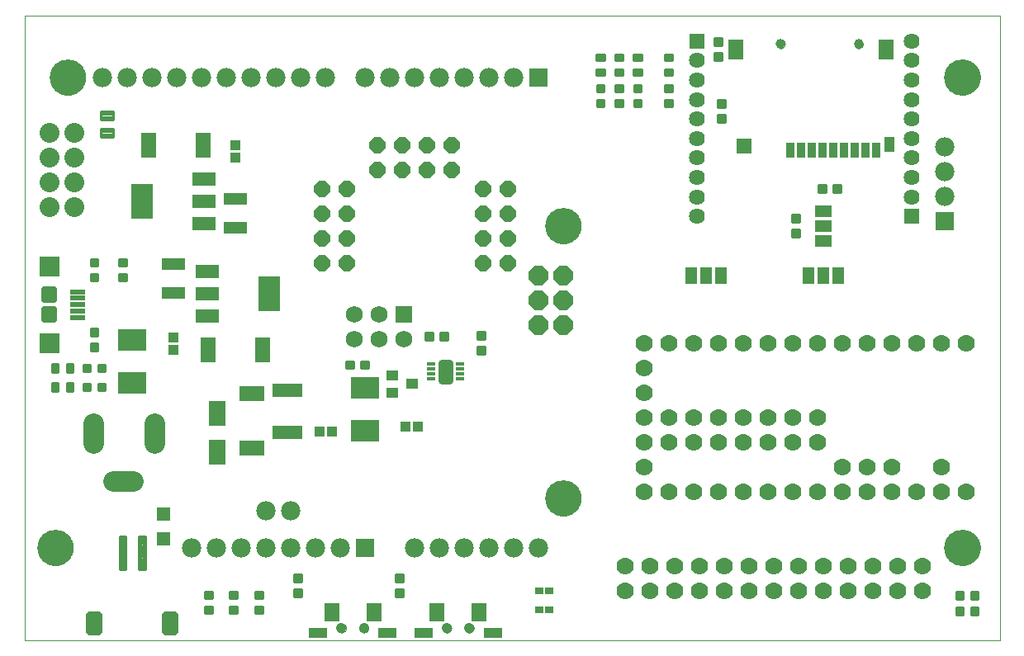
<source format=gts>
G75*
G70*
%OFA0B0*%
%FSLAX24Y24*%
%IPPOS*%
%LPD*%
%AMOC8*
5,1,8,0,0,1.08239X$1,22.5*
%
%ADD10C,0.0000*%
%ADD11C,0.1457*%
%ADD12C,0.0780*%
%ADD13R,0.0780X0.0780*%
%ADD14OC8,0.0780*%
%ADD15R,0.0390X0.0440*%
%ADD16R,0.0440X0.0390*%
%ADD17C,0.0098*%
%ADD18R,0.0500X0.0670*%
%ADD19C,0.0700*%
%ADD20OC8,0.0640*%
%ADD21C,0.0800*%
%ADD22R,0.0709X0.1024*%
%ADD23R,0.1240X0.0540*%
%ADD24C,0.0840*%
%ADD25R,0.1040X0.0640*%
%ADD26R,0.0940X0.0540*%
%ADD27R,0.0890X0.1440*%
%ADD28R,0.0640X0.1040*%
%ADD29R,0.0940X0.0490*%
%ADD30R,0.0640X0.0640*%
%ADD31C,0.0640*%
%ADD32R,0.0340X0.0640*%
%ADD33R,0.0440X0.0640*%
%ADD34R,0.0640X0.0840*%
%ADD35C,0.0390*%
%ADD36C,0.0085*%
%ADD37R,0.0670X0.0500*%
%ADD38C,0.0110*%
%ADD39C,0.0177*%
%ADD40C,0.0335*%
%ADD41C,0.0295*%
%ADD42R,0.0376X0.0158*%
%ADD43R,0.1120X0.0890*%
%ADD44R,0.0490X0.0440*%
%ADD45R,0.0590X0.0740*%
%ADD46R,0.0740X0.0440*%
%ADD47C,0.0414*%
%ADD48R,0.0540X0.0540*%
%ADD49R,0.0360X0.0280*%
%ADD50R,0.0638X0.0190*%
%ADD51C,0.0192*%
%ADD52R,0.0788X0.0788*%
%ADD53R,0.0690X0.0690*%
%ADD54C,0.0690*%
D10*
X005510Y005143D02*
X005510Y030393D01*
X005510Y030389D02*
X044880Y030389D01*
X044880Y005143D01*
X005510Y005143D01*
X006051Y008893D02*
X006053Y008946D01*
X006059Y008999D01*
X006069Y009051D01*
X006082Y009102D01*
X006100Y009152D01*
X006121Y009201D01*
X006146Y009248D01*
X006174Y009292D01*
X006206Y009335D01*
X006240Y009375D01*
X006278Y009413D01*
X006318Y009447D01*
X006361Y009479D01*
X006406Y009507D01*
X006452Y009532D01*
X006501Y009553D01*
X006551Y009571D01*
X006602Y009584D01*
X006654Y009594D01*
X006707Y009600D01*
X006760Y009602D01*
X006813Y009600D01*
X006866Y009594D01*
X006918Y009584D01*
X006969Y009571D01*
X007019Y009553D01*
X007068Y009532D01*
X007115Y009507D01*
X007159Y009479D01*
X007202Y009447D01*
X007242Y009413D01*
X007280Y009375D01*
X007314Y009335D01*
X007346Y009292D01*
X007374Y009247D01*
X007399Y009201D01*
X007420Y009152D01*
X007438Y009102D01*
X007451Y009051D01*
X007461Y008999D01*
X007467Y008946D01*
X007469Y008893D01*
X007467Y008840D01*
X007461Y008787D01*
X007451Y008735D01*
X007438Y008684D01*
X007420Y008634D01*
X007399Y008585D01*
X007374Y008538D01*
X007346Y008494D01*
X007314Y008451D01*
X007280Y008411D01*
X007242Y008373D01*
X007202Y008339D01*
X007159Y008307D01*
X007114Y008279D01*
X007068Y008254D01*
X007019Y008233D01*
X006969Y008215D01*
X006918Y008202D01*
X006866Y008192D01*
X006813Y008186D01*
X006760Y008184D01*
X006707Y008186D01*
X006654Y008192D01*
X006602Y008202D01*
X006551Y008215D01*
X006501Y008233D01*
X006452Y008254D01*
X006405Y008279D01*
X006361Y008307D01*
X006318Y008339D01*
X006278Y008373D01*
X006240Y008411D01*
X006206Y008451D01*
X006174Y008494D01*
X006146Y008539D01*
X006121Y008585D01*
X006100Y008634D01*
X006082Y008684D01*
X006069Y008735D01*
X006059Y008787D01*
X006053Y008840D01*
X006051Y008893D01*
X018120Y005643D02*
X018122Y005670D01*
X018128Y005696D01*
X018137Y005721D01*
X018150Y005744D01*
X018166Y005765D01*
X018185Y005784D01*
X018206Y005800D01*
X018229Y005813D01*
X018254Y005822D01*
X018280Y005828D01*
X018307Y005830D01*
X018334Y005828D01*
X018360Y005822D01*
X018385Y005813D01*
X018408Y005800D01*
X018429Y005784D01*
X018448Y005765D01*
X018464Y005744D01*
X018477Y005721D01*
X018486Y005696D01*
X018492Y005670D01*
X018494Y005643D01*
X018492Y005616D01*
X018486Y005590D01*
X018477Y005565D01*
X018464Y005542D01*
X018448Y005521D01*
X018429Y005502D01*
X018408Y005486D01*
X018385Y005473D01*
X018360Y005464D01*
X018334Y005458D01*
X018307Y005456D01*
X018280Y005458D01*
X018254Y005464D01*
X018229Y005473D01*
X018206Y005486D01*
X018185Y005502D01*
X018166Y005521D01*
X018150Y005542D01*
X018137Y005565D01*
X018128Y005590D01*
X018122Y005616D01*
X018120Y005643D01*
X019025Y005643D02*
X019027Y005670D01*
X019033Y005696D01*
X019042Y005721D01*
X019055Y005744D01*
X019071Y005765D01*
X019090Y005784D01*
X019111Y005800D01*
X019134Y005813D01*
X019159Y005822D01*
X019185Y005828D01*
X019212Y005830D01*
X019239Y005828D01*
X019265Y005822D01*
X019290Y005813D01*
X019313Y005800D01*
X019334Y005784D01*
X019353Y005765D01*
X019369Y005744D01*
X019382Y005721D01*
X019391Y005696D01*
X019397Y005670D01*
X019399Y005643D01*
X019397Y005616D01*
X019391Y005590D01*
X019382Y005565D01*
X019369Y005542D01*
X019353Y005521D01*
X019334Y005502D01*
X019313Y005486D01*
X019290Y005473D01*
X019265Y005464D01*
X019239Y005458D01*
X019212Y005456D01*
X019185Y005458D01*
X019159Y005464D01*
X019134Y005473D01*
X019111Y005486D01*
X019090Y005502D01*
X019071Y005521D01*
X019055Y005542D01*
X019042Y005565D01*
X019033Y005590D01*
X019027Y005616D01*
X019025Y005643D01*
X022370Y005643D02*
X022372Y005670D01*
X022378Y005696D01*
X022387Y005721D01*
X022400Y005744D01*
X022416Y005765D01*
X022435Y005784D01*
X022456Y005800D01*
X022479Y005813D01*
X022504Y005822D01*
X022530Y005828D01*
X022557Y005830D01*
X022584Y005828D01*
X022610Y005822D01*
X022635Y005813D01*
X022658Y005800D01*
X022679Y005784D01*
X022698Y005765D01*
X022714Y005744D01*
X022727Y005721D01*
X022736Y005696D01*
X022742Y005670D01*
X022744Y005643D01*
X022742Y005616D01*
X022736Y005590D01*
X022727Y005565D01*
X022714Y005542D01*
X022698Y005521D01*
X022679Y005502D01*
X022658Y005486D01*
X022635Y005473D01*
X022610Y005464D01*
X022584Y005458D01*
X022557Y005456D01*
X022530Y005458D01*
X022504Y005464D01*
X022479Y005473D01*
X022456Y005486D01*
X022435Y005502D01*
X022416Y005521D01*
X022400Y005542D01*
X022387Y005565D01*
X022378Y005590D01*
X022372Y005616D01*
X022370Y005643D01*
X023275Y005643D02*
X023277Y005670D01*
X023283Y005696D01*
X023292Y005721D01*
X023305Y005744D01*
X023321Y005765D01*
X023340Y005784D01*
X023361Y005800D01*
X023384Y005813D01*
X023409Y005822D01*
X023435Y005828D01*
X023462Y005830D01*
X023489Y005828D01*
X023515Y005822D01*
X023540Y005813D01*
X023563Y005800D01*
X023584Y005784D01*
X023603Y005765D01*
X023619Y005744D01*
X023632Y005721D01*
X023641Y005696D01*
X023647Y005670D01*
X023649Y005643D01*
X023647Y005616D01*
X023641Y005590D01*
X023632Y005565D01*
X023619Y005542D01*
X023603Y005521D01*
X023584Y005502D01*
X023563Y005486D01*
X023540Y005473D01*
X023515Y005464D01*
X023489Y005458D01*
X023462Y005456D01*
X023435Y005458D01*
X023409Y005464D01*
X023384Y005473D01*
X023361Y005486D01*
X023340Y005502D01*
X023321Y005521D01*
X023305Y005542D01*
X023292Y005565D01*
X023283Y005590D01*
X023277Y005616D01*
X023275Y005643D01*
X026551Y010893D02*
X026553Y010946D01*
X026559Y010999D01*
X026569Y011051D01*
X026582Y011102D01*
X026600Y011152D01*
X026621Y011201D01*
X026646Y011248D01*
X026674Y011292D01*
X026706Y011335D01*
X026740Y011375D01*
X026778Y011413D01*
X026818Y011447D01*
X026861Y011479D01*
X026906Y011507D01*
X026952Y011532D01*
X027001Y011553D01*
X027051Y011571D01*
X027102Y011584D01*
X027154Y011594D01*
X027207Y011600D01*
X027260Y011602D01*
X027313Y011600D01*
X027366Y011594D01*
X027418Y011584D01*
X027469Y011571D01*
X027519Y011553D01*
X027568Y011532D01*
X027615Y011507D01*
X027659Y011479D01*
X027702Y011447D01*
X027742Y011413D01*
X027780Y011375D01*
X027814Y011335D01*
X027846Y011292D01*
X027874Y011247D01*
X027899Y011201D01*
X027920Y011152D01*
X027938Y011102D01*
X027951Y011051D01*
X027961Y010999D01*
X027967Y010946D01*
X027969Y010893D01*
X027967Y010840D01*
X027961Y010787D01*
X027951Y010735D01*
X027938Y010684D01*
X027920Y010634D01*
X027899Y010585D01*
X027874Y010538D01*
X027846Y010494D01*
X027814Y010451D01*
X027780Y010411D01*
X027742Y010373D01*
X027702Y010339D01*
X027659Y010307D01*
X027614Y010279D01*
X027568Y010254D01*
X027519Y010233D01*
X027469Y010215D01*
X027418Y010202D01*
X027366Y010192D01*
X027313Y010186D01*
X027260Y010184D01*
X027207Y010186D01*
X027154Y010192D01*
X027102Y010202D01*
X027051Y010215D01*
X027001Y010233D01*
X026952Y010254D01*
X026905Y010279D01*
X026861Y010307D01*
X026818Y010339D01*
X026778Y010373D01*
X026740Y010411D01*
X026706Y010451D01*
X026674Y010494D01*
X026646Y010539D01*
X026621Y010585D01*
X026600Y010634D01*
X026582Y010684D01*
X026569Y010735D01*
X026559Y010787D01*
X026553Y010840D01*
X026551Y010893D01*
X026551Y021893D02*
X026553Y021946D01*
X026559Y021999D01*
X026569Y022051D01*
X026582Y022102D01*
X026600Y022152D01*
X026621Y022201D01*
X026646Y022248D01*
X026674Y022292D01*
X026706Y022335D01*
X026740Y022375D01*
X026778Y022413D01*
X026818Y022447D01*
X026861Y022479D01*
X026906Y022507D01*
X026952Y022532D01*
X027001Y022553D01*
X027051Y022571D01*
X027102Y022584D01*
X027154Y022594D01*
X027207Y022600D01*
X027260Y022602D01*
X027313Y022600D01*
X027366Y022594D01*
X027418Y022584D01*
X027469Y022571D01*
X027519Y022553D01*
X027568Y022532D01*
X027615Y022507D01*
X027659Y022479D01*
X027702Y022447D01*
X027742Y022413D01*
X027780Y022375D01*
X027814Y022335D01*
X027846Y022292D01*
X027874Y022247D01*
X027899Y022201D01*
X027920Y022152D01*
X027938Y022102D01*
X027951Y022051D01*
X027961Y021999D01*
X027967Y021946D01*
X027969Y021893D01*
X027967Y021840D01*
X027961Y021787D01*
X027951Y021735D01*
X027938Y021684D01*
X027920Y021634D01*
X027899Y021585D01*
X027874Y021538D01*
X027846Y021494D01*
X027814Y021451D01*
X027780Y021411D01*
X027742Y021373D01*
X027702Y021339D01*
X027659Y021307D01*
X027614Y021279D01*
X027568Y021254D01*
X027519Y021233D01*
X027469Y021215D01*
X027418Y021202D01*
X027366Y021192D01*
X027313Y021186D01*
X027260Y021184D01*
X027207Y021186D01*
X027154Y021192D01*
X027102Y021202D01*
X027051Y021215D01*
X027001Y021233D01*
X026952Y021254D01*
X026905Y021279D01*
X026861Y021307D01*
X026818Y021339D01*
X026778Y021373D01*
X026740Y021411D01*
X026706Y021451D01*
X026674Y021494D01*
X026646Y021539D01*
X026621Y021585D01*
X026600Y021634D01*
X026582Y021684D01*
X026569Y021735D01*
X026559Y021787D01*
X026553Y021840D01*
X026551Y021893D01*
X035859Y029235D02*
X035861Y029261D01*
X035867Y029287D01*
X035876Y029311D01*
X035889Y029334D01*
X035906Y029354D01*
X035925Y029372D01*
X035947Y029387D01*
X035970Y029398D01*
X035995Y029406D01*
X036021Y029410D01*
X036047Y029410D01*
X036073Y029406D01*
X036098Y029398D01*
X036122Y029387D01*
X036143Y029372D01*
X036162Y029354D01*
X036179Y029334D01*
X036192Y029311D01*
X036201Y029287D01*
X036207Y029261D01*
X036209Y029235D01*
X036207Y029209D01*
X036201Y029183D01*
X036192Y029159D01*
X036179Y029136D01*
X036162Y029116D01*
X036143Y029098D01*
X036121Y029083D01*
X036098Y029072D01*
X036073Y029064D01*
X036047Y029060D01*
X036021Y029060D01*
X035995Y029064D01*
X035970Y029072D01*
X035946Y029083D01*
X035925Y029098D01*
X035906Y029116D01*
X035889Y029136D01*
X035876Y029159D01*
X035867Y029183D01*
X035861Y029209D01*
X035859Y029235D01*
X039008Y029235D02*
X039010Y029261D01*
X039016Y029287D01*
X039025Y029311D01*
X039038Y029334D01*
X039055Y029354D01*
X039074Y029372D01*
X039096Y029387D01*
X039119Y029398D01*
X039144Y029406D01*
X039170Y029410D01*
X039196Y029410D01*
X039222Y029406D01*
X039247Y029398D01*
X039271Y029387D01*
X039292Y029372D01*
X039311Y029354D01*
X039328Y029334D01*
X039341Y029311D01*
X039350Y029287D01*
X039356Y029261D01*
X039358Y029235D01*
X039356Y029209D01*
X039350Y029183D01*
X039341Y029159D01*
X039328Y029136D01*
X039311Y029116D01*
X039292Y029098D01*
X039270Y029083D01*
X039247Y029072D01*
X039222Y029064D01*
X039196Y029060D01*
X039170Y029060D01*
X039144Y029064D01*
X039119Y029072D01*
X039095Y029083D01*
X039074Y029098D01*
X039055Y029116D01*
X039038Y029136D01*
X039025Y029159D01*
X039016Y029183D01*
X039010Y029209D01*
X039008Y029235D01*
X042665Y027893D02*
X042667Y027946D01*
X042673Y027999D01*
X042683Y028051D01*
X042696Y028102D01*
X042714Y028152D01*
X042735Y028201D01*
X042760Y028248D01*
X042788Y028292D01*
X042820Y028335D01*
X042854Y028375D01*
X042892Y028413D01*
X042932Y028447D01*
X042975Y028479D01*
X043020Y028507D01*
X043066Y028532D01*
X043115Y028553D01*
X043165Y028571D01*
X043216Y028584D01*
X043268Y028594D01*
X043321Y028600D01*
X043374Y028602D01*
X043427Y028600D01*
X043480Y028594D01*
X043532Y028584D01*
X043583Y028571D01*
X043633Y028553D01*
X043682Y028532D01*
X043729Y028507D01*
X043773Y028479D01*
X043816Y028447D01*
X043856Y028413D01*
X043894Y028375D01*
X043928Y028335D01*
X043960Y028292D01*
X043988Y028247D01*
X044013Y028201D01*
X044034Y028152D01*
X044052Y028102D01*
X044065Y028051D01*
X044075Y027999D01*
X044081Y027946D01*
X044083Y027893D01*
X044081Y027840D01*
X044075Y027787D01*
X044065Y027735D01*
X044052Y027684D01*
X044034Y027634D01*
X044013Y027585D01*
X043988Y027538D01*
X043960Y027494D01*
X043928Y027451D01*
X043894Y027411D01*
X043856Y027373D01*
X043816Y027339D01*
X043773Y027307D01*
X043728Y027279D01*
X043682Y027254D01*
X043633Y027233D01*
X043583Y027215D01*
X043532Y027202D01*
X043480Y027192D01*
X043427Y027186D01*
X043374Y027184D01*
X043321Y027186D01*
X043268Y027192D01*
X043216Y027202D01*
X043165Y027215D01*
X043115Y027233D01*
X043066Y027254D01*
X043019Y027279D01*
X042975Y027307D01*
X042932Y027339D01*
X042892Y027373D01*
X042854Y027411D01*
X042820Y027451D01*
X042788Y027494D01*
X042760Y027539D01*
X042735Y027585D01*
X042714Y027634D01*
X042696Y027684D01*
X042683Y027735D01*
X042673Y027787D01*
X042667Y027840D01*
X042665Y027893D01*
X042665Y008893D02*
X042667Y008946D01*
X042673Y008999D01*
X042683Y009051D01*
X042696Y009102D01*
X042714Y009152D01*
X042735Y009201D01*
X042760Y009248D01*
X042788Y009292D01*
X042820Y009335D01*
X042854Y009375D01*
X042892Y009413D01*
X042932Y009447D01*
X042975Y009479D01*
X043020Y009507D01*
X043066Y009532D01*
X043115Y009553D01*
X043165Y009571D01*
X043216Y009584D01*
X043268Y009594D01*
X043321Y009600D01*
X043374Y009602D01*
X043427Y009600D01*
X043480Y009594D01*
X043532Y009584D01*
X043583Y009571D01*
X043633Y009553D01*
X043682Y009532D01*
X043729Y009507D01*
X043773Y009479D01*
X043816Y009447D01*
X043856Y009413D01*
X043894Y009375D01*
X043928Y009335D01*
X043960Y009292D01*
X043988Y009247D01*
X044013Y009201D01*
X044034Y009152D01*
X044052Y009102D01*
X044065Y009051D01*
X044075Y008999D01*
X044081Y008946D01*
X044083Y008893D01*
X044081Y008840D01*
X044075Y008787D01*
X044065Y008735D01*
X044052Y008684D01*
X044034Y008634D01*
X044013Y008585D01*
X043988Y008538D01*
X043960Y008494D01*
X043928Y008451D01*
X043894Y008411D01*
X043856Y008373D01*
X043816Y008339D01*
X043773Y008307D01*
X043728Y008279D01*
X043682Y008254D01*
X043633Y008233D01*
X043583Y008215D01*
X043532Y008202D01*
X043480Y008192D01*
X043427Y008186D01*
X043374Y008184D01*
X043321Y008186D01*
X043268Y008192D01*
X043216Y008202D01*
X043165Y008215D01*
X043115Y008233D01*
X043066Y008254D01*
X043019Y008279D01*
X042975Y008307D01*
X042932Y008339D01*
X042892Y008373D01*
X042854Y008411D01*
X042820Y008451D01*
X042788Y008494D01*
X042760Y008539D01*
X042735Y008585D01*
X042714Y008634D01*
X042696Y008684D01*
X042683Y008735D01*
X042673Y008787D01*
X042667Y008840D01*
X042665Y008893D01*
X006551Y027893D02*
X006553Y027946D01*
X006559Y027999D01*
X006569Y028051D01*
X006582Y028102D01*
X006600Y028152D01*
X006621Y028201D01*
X006646Y028248D01*
X006674Y028292D01*
X006706Y028335D01*
X006740Y028375D01*
X006778Y028413D01*
X006818Y028447D01*
X006861Y028479D01*
X006906Y028507D01*
X006952Y028532D01*
X007001Y028553D01*
X007051Y028571D01*
X007102Y028584D01*
X007154Y028594D01*
X007207Y028600D01*
X007260Y028602D01*
X007313Y028600D01*
X007366Y028594D01*
X007418Y028584D01*
X007469Y028571D01*
X007519Y028553D01*
X007568Y028532D01*
X007615Y028507D01*
X007659Y028479D01*
X007702Y028447D01*
X007742Y028413D01*
X007780Y028375D01*
X007814Y028335D01*
X007846Y028292D01*
X007874Y028247D01*
X007899Y028201D01*
X007920Y028152D01*
X007938Y028102D01*
X007951Y028051D01*
X007961Y027999D01*
X007967Y027946D01*
X007969Y027893D01*
X007967Y027840D01*
X007961Y027787D01*
X007951Y027735D01*
X007938Y027684D01*
X007920Y027634D01*
X007899Y027585D01*
X007874Y027538D01*
X007846Y027494D01*
X007814Y027451D01*
X007780Y027411D01*
X007742Y027373D01*
X007702Y027339D01*
X007659Y027307D01*
X007614Y027279D01*
X007568Y027254D01*
X007519Y027233D01*
X007469Y027215D01*
X007418Y027202D01*
X007366Y027192D01*
X007313Y027186D01*
X007260Y027184D01*
X007207Y027186D01*
X007154Y027192D01*
X007102Y027202D01*
X007051Y027215D01*
X007001Y027233D01*
X006952Y027254D01*
X006905Y027279D01*
X006861Y027307D01*
X006818Y027339D01*
X006778Y027373D01*
X006740Y027411D01*
X006706Y027451D01*
X006674Y027494D01*
X006646Y027539D01*
X006621Y027585D01*
X006600Y027634D01*
X006582Y027684D01*
X006569Y027735D01*
X006559Y027787D01*
X006553Y027840D01*
X006551Y027893D01*
D11*
X007260Y027893D03*
X027260Y021893D03*
X027260Y010893D03*
X043374Y008893D03*
X043374Y027893D03*
X006760Y008893D03*
D12*
X012260Y008893D03*
X013260Y008893D03*
X014260Y008893D03*
X015260Y008893D03*
X016260Y008893D03*
X017260Y008893D03*
X018260Y008893D03*
X016260Y010393D03*
X015260Y010393D03*
X021260Y008893D03*
X022260Y008893D03*
X023260Y008893D03*
X024260Y008893D03*
X025260Y008893D03*
X026260Y008893D03*
X042670Y023063D03*
X042670Y024063D03*
X042670Y025063D03*
X025260Y027893D03*
X024260Y027893D03*
X023260Y027893D03*
X022260Y027893D03*
X021260Y027893D03*
X020260Y027893D03*
X019260Y027893D03*
X017660Y027893D03*
X016660Y027893D03*
X015660Y027893D03*
X014660Y027893D03*
X013660Y027893D03*
X012660Y027893D03*
X011660Y027893D03*
X010660Y027893D03*
X009660Y027893D03*
X008660Y027893D03*
D13*
X026260Y027893D03*
X042670Y022063D03*
X019260Y008893D03*
D14*
X026260Y017893D03*
X027260Y017893D03*
X027260Y018893D03*
X026260Y018893D03*
X026260Y019893D03*
X027260Y019893D03*
D15*
X021385Y013762D03*
X020885Y013762D03*
X017910Y013593D03*
X017410Y013593D03*
D16*
X011510Y016893D03*
X011510Y017393D03*
X014010Y024643D03*
X014010Y025143D03*
D17*
X009330Y020560D02*
X009330Y020268D01*
X009330Y020560D02*
X009622Y020560D01*
X009622Y020268D01*
X009330Y020268D01*
X009330Y020365D02*
X009622Y020365D01*
X009622Y020462D02*
X009330Y020462D01*
X009330Y020559D02*
X009622Y020559D01*
X009330Y019960D02*
X009330Y019668D01*
X009330Y019960D02*
X009622Y019960D01*
X009622Y019668D01*
X009330Y019668D01*
X009330Y019765D02*
X009622Y019765D01*
X009622Y019862D02*
X009330Y019862D01*
X009330Y019959D02*
X009622Y019959D01*
X008470Y019960D02*
X008470Y019668D01*
X008178Y019668D01*
X008178Y019960D01*
X008470Y019960D01*
X008470Y019765D02*
X008178Y019765D01*
X008178Y019862D02*
X008470Y019862D01*
X008470Y019959D02*
X008178Y019959D01*
X008470Y020268D02*
X008470Y020560D01*
X008470Y020268D02*
X008178Y020268D01*
X008178Y020560D01*
X008470Y020560D01*
X008470Y020365D02*
X008178Y020365D01*
X008178Y020462D02*
X008470Y020462D01*
X008470Y020559D02*
X008178Y020559D01*
X008470Y017745D02*
X008470Y017453D01*
X008178Y017453D01*
X008178Y017745D01*
X008470Y017745D01*
X008470Y017550D02*
X008178Y017550D01*
X008178Y017647D02*
X008470Y017647D01*
X008470Y017744D02*
X008178Y017744D01*
X008470Y017145D02*
X008470Y016853D01*
X008178Y016853D01*
X008178Y017145D01*
X008470Y017145D01*
X008470Y016950D02*
X008178Y016950D01*
X008178Y017047D02*
X008470Y017047D01*
X008470Y017144D02*
X008178Y017144D01*
X008170Y016001D02*
X007878Y016001D01*
X007878Y016293D01*
X008170Y016293D01*
X008170Y016001D01*
X008170Y016098D02*
X007878Y016098D01*
X007878Y016195D02*
X008170Y016195D01*
X008170Y016292D02*
X007878Y016292D01*
X008478Y016001D02*
X008770Y016001D01*
X008478Y016001D02*
X008478Y016293D01*
X008770Y016293D01*
X008770Y016001D01*
X008770Y016098D02*
X008478Y016098D01*
X008478Y016195D02*
X008770Y016195D01*
X008770Y016292D02*
X008478Y016292D01*
X008478Y015234D02*
X008770Y015234D01*
X008478Y015234D02*
X008478Y015526D01*
X008770Y015526D01*
X008770Y015234D01*
X008770Y015331D02*
X008478Y015331D01*
X008478Y015428D02*
X008770Y015428D01*
X008770Y015525D02*
X008478Y015525D01*
X008170Y015234D02*
X007878Y015234D01*
X007878Y015526D01*
X008170Y015526D01*
X008170Y015234D01*
X008170Y015331D02*
X007878Y015331D01*
X007878Y015428D02*
X008170Y015428D01*
X008170Y015525D02*
X007878Y015525D01*
X018499Y016129D02*
X018791Y016129D01*
X018499Y016129D02*
X018499Y016421D01*
X018791Y016421D01*
X018791Y016129D01*
X018791Y016226D02*
X018499Y016226D01*
X018499Y016323D02*
X018791Y016323D01*
X018791Y016420D02*
X018499Y016420D01*
X019099Y016129D02*
X019391Y016129D01*
X019099Y016129D02*
X019099Y016421D01*
X019391Y016421D01*
X019391Y016129D01*
X019391Y016226D02*
X019099Y016226D01*
X019099Y016323D02*
X019391Y016323D01*
X019391Y016420D02*
X019099Y016420D01*
X021697Y017573D02*
X021989Y017573D01*
X021989Y017281D01*
X021697Y017281D01*
X021697Y017573D01*
X021697Y017378D02*
X021989Y017378D01*
X021989Y017475D02*
X021697Y017475D01*
X021697Y017572D02*
X021989Y017572D01*
X022297Y017573D02*
X022589Y017573D01*
X022589Y017281D01*
X022297Y017281D01*
X022297Y017573D01*
X022297Y017378D02*
X022589Y017378D01*
X022589Y017475D02*
X022297Y017475D01*
X022297Y017572D02*
X022589Y017572D01*
X024081Y017617D02*
X024081Y017325D01*
X023789Y017325D01*
X023789Y017617D01*
X024081Y017617D01*
X024081Y017422D02*
X023789Y017422D01*
X023789Y017519D02*
X024081Y017519D01*
X024081Y017616D02*
X023789Y017616D01*
X024081Y017017D02*
X024081Y016725D01*
X023789Y016725D01*
X023789Y017017D01*
X024081Y017017D01*
X024081Y016822D02*
X023789Y016822D01*
X023789Y016919D02*
X024081Y016919D01*
X024081Y017016D02*
X023789Y017016D01*
X020794Y007807D02*
X020794Y007515D01*
X020502Y007515D01*
X020502Y007807D01*
X020794Y007807D01*
X020794Y007612D02*
X020502Y007612D01*
X020502Y007709D02*
X020794Y007709D01*
X020794Y007806D02*
X020502Y007806D01*
X020794Y007207D02*
X020794Y006915D01*
X020502Y006915D01*
X020502Y007207D01*
X020794Y007207D01*
X020794Y007012D02*
X020502Y007012D01*
X020502Y007109D02*
X020794Y007109D01*
X020794Y007206D02*
X020502Y007206D01*
X016700Y007207D02*
X016700Y006915D01*
X016408Y006915D01*
X016408Y007207D01*
X016700Y007207D01*
X016700Y007012D02*
X016408Y007012D01*
X016408Y007109D02*
X016700Y007109D01*
X016700Y007206D02*
X016408Y007206D01*
X016700Y007515D02*
X016700Y007807D01*
X016700Y007515D02*
X016408Y007515D01*
X016408Y007807D01*
X016700Y007807D01*
X016700Y007612D02*
X016408Y007612D01*
X016408Y007709D02*
X016700Y007709D01*
X016700Y007806D02*
X016408Y007806D01*
X013808Y007125D02*
X013808Y006833D01*
X013808Y007125D02*
X014100Y007125D01*
X014100Y006833D01*
X013808Y006833D01*
X013808Y006930D02*
X014100Y006930D01*
X014100Y007027D02*
X013808Y007027D01*
X013808Y007124D02*
X014100Y007124D01*
X013808Y006525D02*
X013808Y006233D01*
X013808Y006525D02*
X014100Y006525D01*
X014100Y006233D01*
X013808Y006233D01*
X013808Y006330D02*
X014100Y006330D01*
X014100Y006427D02*
X013808Y006427D01*
X013808Y006524D02*
X014100Y006524D01*
X036489Y021447D02*
X036489Y021739D01*
X036781Y021739D01*
X036781Y021447D01*
X036489Y021447D01*
X036489Y021544D02*
X036781Y021544D01*
X036781Y021641D02*
X036489Y021641D01*
X036489Y021738D02*
X036781Y021738D01*
X036489Y022047D02*
X036489Y022339D01*
X036781Y022339D01*
X036781Y022047D01*
X036489Y022047D01*
X036489Y022144D02*
X036781Y022144D01*
X036781Y022241D02*
X036489Y022241D01*
X036489Y022338D02*
X036781Y022338D01*
X037564Y023539D02*
X037856Y023539D01*
X037856Y023247D01*
X037564Y023247D01*
X037564Y023539D01*
X037564Y023344D02*
X037856Y023344D01*
X037856Y023441D02*
X037564Y023441D01*
X037564Y023538D02*
X037856Y023538D01*
X038164Y023539D02*
X038456Y023539D01*
X038456Y023247D01*
X038164Y023247D01*
X038164Y023539D01*
X038164Y023344D02*
X038456Y023344D01*
X038456Y023441D02*
X038164Y023441D01*
X038164Y023538D02*
X038456Y023538D01*
X033781Y026072D02*
X033781Y026364D01*
X033781Y026072D02*
X033489Y026072D01*
X033489Y026364D01*
X033781Y026364D01*
X033781Y026169D02*
X033489Y026169D01*
X033489Y026266D02*
X033781Y026266D01*
X033781Y026363D02*
X033489Y026363D01*
X033781Y026672D02*
X033781Y026964D01*
X033781Y026672D02*
X033489Y026672D01*
X033489Y026964D01*
X033781Y026964D01*
X033781Y026769D02*
X033489Y026769D01*
X033489Y026866D02*
X033781Y026866D01*
X033781Y026963D02*
X033489Y026963D01*
X031656Y026989D02*
X031656Y026697D01*
X031364Y026697D01*
X031364Y026989D01*
X031656Y026989D01*
X031656Y026794D02*
X031364Y026794D01*
X031364Y026891D02*
X031656Y026891D01*
X031656Y026988D02*
X031364Y026988D01*
X031656Y027297D02*
X031656Y027589D01*
X031656Y027297D02*
X031364Y027297D01*
X031364Y027589D01*
X031656Y027589D01*
X031656Y027394D02*
X031364Y027394D01*
X031364Y027491D02*
X031656Y027491D01*
X031656Y027588D02*
X031364Y027588D01*
X030114Y027589D02*
X030114Y027297D01*
X030114Y027589D02*
X030406Y027589D01*
X030406Y027297D01*
X030114Y027297D01*
X030114Y027394D02*
X030406Y027394D01*
X030406Y027491D02*
X030114Y027491D01*
X030114Y027588D02*
X030406Y027588D01*
X030114Y026989D02*
X030114Y026697D01*
X030114Y026989D02*
X030406Y026989D01*
X030406Y026697D01*
X030114Y026697D01*
X030114Y026794D02*
X030406Y026794D01*
X030406Y026891D02*
X030114Y026891D01*
X030114Y026988D02*
X030406Y026988D01*
X029364Y026989D02*
X029364Y026697D01*
X029364Y026989D02*
X029656Y026989D01*
X029656Y026697D01*
X029364Y026697D01*
X029364Y026794D02*
X029656Y026794D01*
X029656Y026891D02*
X029364Y026891D01*
X029364Y026988D02*
X029656Y026988D01*
X029364Y027297D02*
X029364Y027589D01*
X029656Y027589D01*
X029656Y027297D01*
X029364Y027297D01*
X029364Y027394D02*
X029656Y027394D01*
X029656Y027491D02*
X029364Y027491D01*
X029364Y027588D02*
X029656Y027588D01*
X028614Y027589D02*
X028614Y027297D01*
X028614Y027589D02*
X028906Y027589D01*
X028906Y027297D01*
X028614Y027297D01*
X028614Y027394D02*
X028906Y027394D01*
X028906Y027491D02*
X028614Y027491D01*
X028614Y027588D02*
X028906Y027588D01*
X028614Y026989D02*
X028614Y026697D01*
X028614Y026989D02*
X028906Y026989D01*
X028906Y026697D01*
X028614Y026697D01*
X028614Y026794D02*
X028906Y026794D01*
X028906Y026891D02*
X028614Y026891D01*
X028614Y026988D02*
X028906Y026988D01*
X033656Y028572D02*
X033656Y028864D01*
X033656Y028572D02*
X033364Y028572D01*
X033364Y028864D01*
X033656Y028864D01*
X033656Y028669D02*
X033364Y028669D01*
X033364Y028766D02*
X033656Y028766D01*
X033656Y028863D02*
X033364Y028863D01*
X033656Y029172D02*
X033656Y029464D01*
X033656Y029172D02*
X033364Y029172D01*
X033364Y029464D01*
X033656Y029464D01*
X033656Y029269D02*
X033364Y029269D01*
X033364Y029366D02*
X033656Y029366D01*
X033656Y029463D02*
X033364Y029463D01*
X043115Y006806D02*
X043407Y006806D01*
X043115Y006806D02*
X043115Y007098D01*
X043407Y007098D01*
X043407Y006806D01*
X043407Y006903D02*
X043115Y006903D01*
X043115Y007000D02*
X043407Y007000D01*
X043407Y007097D02*
X043115Y007097D01*
X043715Y006806D02*
X044007Y006806D01*
X043715Y006806D02*
X043715Y007098D01*
X044007Y007098D01*
X044007Y006806D01*
X044007Y006903D02*
X043715Y006903D01*
X043715Y007000D02*
X044007Y007000D01*
X044007Y007097D02*
X043715Y007097D01*
D18*
X038360Y019893D03*
X037760Y019893D03*
X037160Y019893D03*
X033610Y019893D03*
X033010Y019893D03*
X032410Y019893D03*
D19*
X032510Y017143D03*
X033510Y017143D03*
X034510Y017143D03*
X035510Y017143D03*
X036510Y017143D03*
X037510Y017143D03*
X038510Y017143D03*
X039510Y017143D03*
X040510Y017143D03*
X041510Y017143D03*
X042510Y017143D03*
X043510Y017143D03*
X037510Y014143D03*
X036510Y014143D03*
X036510Y013143D03*
X037510Y013143D03*
X038510Y012143D03*
X039510Y012143D03*
X040510Y012143D03*
X040510Y011143D03*
X041510Y011143D03*
X042510Y011143D03*
X043510Y011143D03*
X042510Y012143D03*
X039510Y011143D03*
X038510Y011143D03*
X037510Y011143D03*
X036510Y011143D03*
X035510Y011143D03*
X034510Y011143D03*
X033510Y011143D03*
X032510Y011143D03*
X031510Y011143D03*
X030510Y011143D03*
X030510Y012143D03*
X030510Y013143D03*
X031510Y013143D03*
X032510Y013143D03*
X033510Y013143D03*
X034510Y013143D03*
X035510Y013143D03*
X035510Y014143D03*
X034510Y014143D03*
X033510Y014143D03*
X032510Y014143D03*
X031510Y014143D03*
X030510Y014143D03*
X030510Y015143D03*
X030510Y016143D03*
X030510Y017143D03*
X031510Y017143D03*
X031760Y008143D03*
X032760Y008143D03*
X033760Y008143D03*
X034760Y008143D03*
X035760Y008143D03*
X036760Y008143D03*
X037760Y008143D03*
X038760Y008143D03*
X039760Y008143D03*
X040760Y008143D03*
X041760Y008143D03*
X041760Y007143D03*
X040760Y007143D03*
X039760Y007143D03*
X038760Y007143D03*
X037760Y007143D03*
X036760Y007143D03*
X035760Y007143D03*
X034760Y007143D03*
X033760Y007143D03*
X032760Y007143D03*
X031760Y007143D03*
X030760Y007143D03*
X029760Y007143D03*
X029760Y008143D03*
X030760Y008143D03*
D20*
X025010Y020393D03*
X024010Y020393D03*
X024010Y021393D03*
X025010Y021393D03*
X025010Y022393D03*
X024010Y022393D03*
X024010Y023393D03*
X025010Y023393D03*
X022760Y024143D03*
X021760Y024143D03*
X020760Y024143D03*
X020760Y025143D03*
X021760Y025143D03*
X022760Y025143D03*
X019760Y025143D03*
X019760Y024143D03*
X018510Y023393D03*
X018510Y022393D03*
X018510Y021393D03*
X018510Y020393D03*
X017510Y020393D03*
X017510Y021393D03*
X017510Y022393D03*
X017510Y023393D03*
D21*
X007510Y023643D03*
X006510Y023643D03*
X006510Y022643D03*
X007510Y022643D03*
X007510Y024643D03*
X006510Y024643D03*
X006510Y025643D03*
X007510Y025643D03*
D22*
X013295Y014315D03*
X013295Y012740D03*
D23*
X016135Y013543D03*
X016135Y015243D03*
D24*
X010748Y013923D02*
X010748Y013123D01*
X009898Y011573D02*
X009098Y011573D01*
X008298Y013123D02*
X008298Y013923D01*
D25*
X014681Y012920D03*
X014681Y015120D03*
D26*
X012885Y018243D03*
X012885Y019143D03*
X012885Y020043D03*
X012760Y021993D03*
X012760Y022893D03*
X012760Y023793D03*
D27*
X010260Y022893D03*
X015385Y019143D03*
D28*
X015110Y016893D03*
X012910Y016893D03*
X012735Y025143D03*
X010535Y025143D03*
D29*
X014010Y022968D03*
X014010Y021818D03*
X011510Y020343D03*
X011510Y019193D03*
D30*
X032675Y029356D03*
X034545Y025098D03*
X041336Y022269D03*
D31*
X041336Y023057D03*
X041336Y023844D03*
X041336Y024631D03*
X041336Y025419D03*
X041336Y026206D03*
X041336Y026994D03*
X041336Y027781D03*
X041336Y028569D03*
X041336Y029356D03*
X032675Y028569D03*
X032675Y027781D03*
X032675Y026994D03*
X032675Y026206D03*
X032675Y025419D03*
X032675Y024631D03*
X032675Y023844D03*
X032675Y023057D03*
X032675Y022269D03*
D32*
X036427Y024943D03*
X036860Y024943D03*
X037293Y024943D03*
X037726Y024943D03*
X038160Y024943D03*
X038593Y024943D03*
X039026Y024943D03*
X039459Y024943D03*
X039892Y024943D03*
D33*
X040422Y025180D03*
D34*
X040285Y029027D03*
X034223Y029027D03*
D35*
X036034Y029235D03*
X039183Y029235D03*
D36*
X031357Y028821D02*
X031357Y028565D01*
X031357Y028821D02*
X031663Y028821D01*
X031663Y028565D01*
X031357Y028565D01*
X031357Y028649D02*
X031663Y028649D01*
X031663Y028733D02*
X031357Y028733D01*
X031357Y028817D02*
X031663Y028817D01*
X031357Y028221D02*
X031357Y027965D01*
X031357Y028221D02*
X031663Y028221D01*
X031663Y027965D01*
X031357Y027965D01*
X031357Y028049D02*
X031663Y028049D01*
X031663Y028133D02*
X031357Y028133D01*
X031357Y028217D02*
X031663Y028217D01*
X030413Y028221D02*
X030413Y027965D01*
X030107Y027965D01*
X030107Y028221D01*
X030413Y028221D01*
X030413Y028049D02*
X030107Y028049D01*
X030107Y028133D02*
X030413Y028133D01*
X030413Y028217D02*
X030107Y028217D01*
X030413Y028565D02*
X030413Y028821D01*
X030413Y028565D02*
X030107Y028565D01*
X030107Y028821D01*
X030413Y028821D01*
X030413Y028649D02*
X030107Y028649D01*
X030107Y028733D02*
X030413Y028733D01*
X030413Y028817D02*
X030107Y028817D01*
X029663Y028821D02*
X029663Y028565D01*
X029357Y028565D01*
X029357Y028821D01*
X029663Y028821D01*
X029663Y028649D02*
X029357Y028649D01*
X029357Y028733D02*
X029663Y028733D01*
X029663Y028817D02*
X029357Y028817D01*
X028913Y028821D02*
X028913Y028565D01*
X028607Y028565D01*
X028607Y028821D01*
X028913Y028821D01*
X028913Y028649D02*
X028607Y028649D01*
X028607Y028733D02*
X028913Y028733D01*
X028913Y028817D02*
X028607Y028817D01*
X028913Y028221D02*
X028913Y027965D01*
X028607Y027965D01*
X028607Y028221D01*
X028913Y028221D01*
X028913Y028049D02*
X028607Y028049D01*
X028607Y028133D02*
X028913Y028133D01*
X028913Y028217D02*
X028607Y028217D01*
X029663Y028221D02*
X029663Y027965D01*
X029357Y027965D01*
X029357Y028221D01*
X029663Y028221D01*
X029663Y028049D02*
X029357Y028049D01*
X029357Y028133D02*
X029663Y028133D01*
X029663Y028217D02*
X029357Y028217D01*
X007473Y016300D02*
X007217Y016300D01*
X007473Y016300D02*
X007473Y015994D01*
X007217Y015994D01*
X007217Y016300D01*
X007217Y016078D02*
X007473Y016078D01*
X007473Y016162D02*
X007217Y016162D01*
X007217Y016246D02*
X007473Y016246D01*
X006873Y016300D02*
X006617Y016300D01*
X006873Y016300D02*
X006873Y015994D01*
X006617Y015994D01*
X006617Y016300D01*
X006617Y016078D02*
X006873Y016078D01*
X006873Y016162D02*
X006617Y016162D01*
X006617Y016246D02*
X006873Y016246D01*
X006873Y015533D02*
X006617Y015533D01*
X006873Y015533D02*
X006873Y015227D01*
X006617Y015227D01*
X006617Y015533D01*
X006617Y015311D02*
X006873Y015311D01*
X006873Y015395D02*
X006617Y015395D01*
X006617Y015479D02*
X006873Y015479D01*
X007217Y015533D02*
X007473Y015533D01*
X007473Y015227D01*
X007217Y015227D01*
X007217Y015533D01*
X007217Y015311D02*
X007473Y015311D01*
X007473Y015395D02*
X007217Y015395D01*
X007217Y015479D02*
X007473Y015479D01*
X013084Y007107D02*
X013084Y006851D01*
X012778Y006851D01*
X012778Y007107D01*
X013084Y007107D01*
X013084Y006935D02*
X012778Y006935D01*
X012778Y007019D02*
X013084Y007019D01*
X013084Y007103D02*
X012778Y007103D01*
X013084Y006507D02*
X013084Y006251D01*
X012778Y006251D01*
X012778Y006507D01*
X013084Y006507D01*
X013084Y006335D02*
X012778Y006335D01*
X012778Y006419D02*
X013084Y006419D01*
X013084Y006503D02*
X012778Y006503D01*
X015131Y006507D02*
X015131Y006251D01*
X014825Y006251D01*
X014825Y006507D01*
X015131Y006507D01*
X015131Y006335D02*
X014825Y006335D01*
X014825Y006419D02*
X015131Y006419D01*
X015131Y006503D02*
X014825Y006503D01*
X015131Y006851D02*
X015131Y007107D01*
X015131Y006851D02*
X014825Y006851D01*
X014825Y007107D01*
X015131Y007107D01*
X015131Y006935D02*
X014825Y006935D01*
X014825Y007019D02*
X015131Y007019D01*
X015131Y007103D02*
X014825Y007103D01*
X043133Y006174D02*
X043389Y006174D01*
X043133Y006174D02*
X043133Y006480D01*
X043389Y006480D01*
X043389Y006174D01*
X043389Y006258D02*
X043133Y006258D01*
X043133Y006342D02*
X043389Y006342D01*
X043389Y006426D02*
X043133Y006426D01*
X043733Y006174D02*
X043989Y006174D01*
X043733Y006174D02*
X043733Y006480D01*
X043989Y006480D01*
X043989Y006174D01*
X043989Y006258D02*
X043733Y006258D01*
X043733Y006342D02*
X043989Y006342D01*
X043989Y006426D02*
X043733Y006426D01*
D37*
X037760Y021293D03*
X037760Y021893D03*
X037760Y022493D03*
D38*
X008596Y025485D02*
X008596Y025815D01*
X009076Y025815D01*
X009076Y025485D01*
X008596Y025485D01*
X008596Y025594D02*
X009076Y025594D01*
X009076Y025703D02*
X008596Y025703D01*
X008596Y025812D02*
X009076Y025812D01*
X008596Y026185D02*
X008596Y026515D01*
X009076Y026515D01*
X009076Y026185D01*
X008596Y026185D01*
X008596Y026294D02*
X009076Y026294D01*
X009076Y026403D02*
X008596Y026403D01*
X008596Y026512D02*
X009076Y026512D01*
D39*
X009555Y009319D02*
X009555Y008039D01*
X009377Y008039D01*
X009377Y009319D01*
X009555Y009319D01*
X009555Y008215D02*
X009377Y008215D01*
X009377Y008391D02*
X009555Y008391D01*
X009555Y008567D02*
X009377Y008567D01*
X009377Y008743D02*
X009555Y008743D01*
X009555Y008919D02*
X009377Y008919D01*
X009377Y009095D02*
X009555Y009095D01*
X009555Y009271D02*
X009377Y009271D01*
X010343Y009319D02*
X010343Y008039D01*
X010165Y008039D01*
X010165Y009319D01*
X010343Y009319D01*
X010343Y008215D02*
X010165Y008215D01*
X010165Y008391D02*
X010343Y008391D01*
X010343Y008567D02*
X010165Y008567D01*
X010165Y008743D02*
X010343Y008743D01*
X010343Y008919D02*
X010165Y008919D01*
X010165Y009095D02*
X010343Y009095D01*
X010343Y009271D02*
X010165Y009271D01*
D40*
X011563Y006145D02*
X011563Y005495D01*
X011227Y005495D01*
X011227Y006145D01*
X011563Y006145D01*
X011563Y005829D02*
X011227Y005829D01*
X008492Y006145D02*
X008492Y005495D01*
X008156Y005495D01*
X008156Y006145D01*
X008492Y006145D01*
X008492Y005829D02*
X008156Y005829D01*
D41*
X022362Y015661D02*
X022362Y016357D01*
X022658Y016357D01*
X022658Y015661D01*
X022362Y015661D01*
X022362Y015955D02*
X022658Y015955D01*
X022658Y016249D02*
X022362Y016249D01*
D42*
X021928Y016305D03*
X021928Y016108D03*
X021928Y015911D03*
X021928Y015714D03*
X023091Y015714D03*
X023091Y015911D03*
X023091Y016108D03*
X023091Y016305D03*
D43*
X019260Y015344D03*
X019260Y013604D03*
X009860Y015533D03*
X009860Y017273D03*
D44*
X020360Y015859D03*
X020360Y015159D03*
X021160Y015509D03*
D45*
X022160Y006293D03*
X023860Y006293D03*
X019610Y006293D03*
X017910Y006293D03*
D46*
X017360Y005443D03*
X020160Y005443D03*
X021610Y005443D03*
X024410Y005443D03*
D47*
X023462Y005643D03*
X022557Y005643D03*
X019212Y005643D03*
X018307Y005643D03*
D48*
X011139Y009250D03*
X011139Y010250D03*
D49*
X026286Y007143D03*
X026686Y007143D03*
X026686Y006393D03*
X026286Y006393D03*
D50*
X007661Y018194D03*
X007661Y018450D03*
X007661Y018706D03*
X007661Y018962D03*
X007661Y019218D03*
D51*
X006287Y019330D02*
X006287Y018882D01*
X006287Y019330D02*
X006735Y019330D01*
X006735Y018882D01*
X006287Y018882D01*
X006287Y019073D02*
X006735Y019073D01*
X006735Y019264D02*
X006287Y019264D01*
X006287Y018530D02*
X006287Y018082D01*
X006287Y018530D02*
X006735Y018530D01*
X006735Y018082D01*
X006287Y018082D01*
X006287Y018273D02*
X006735Y018273D01*
X006735Y018464D02*
X006287Y018464D01*
D52*
X006511Y017151D03*
X006511Y020261D03*
D53*
X020840Y018311D03*
D54*
X019840Y018311D03*
X018840Y018311D03*
X018840Y017311D03*
X019840Y017311D03*
X020840Y017311D03*
M02*

</source>
